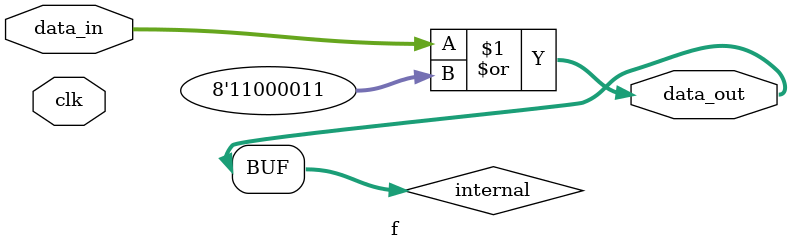
<source format=sv>
module f (
    input logic clk,
    input logic [7:0] data_in,
    output logic [7:0] data_out
);
    logic [7:0] internal;

    assign internal = data_in | 8'hC3;
    assign data_out = internal;

endmodule

</source>
